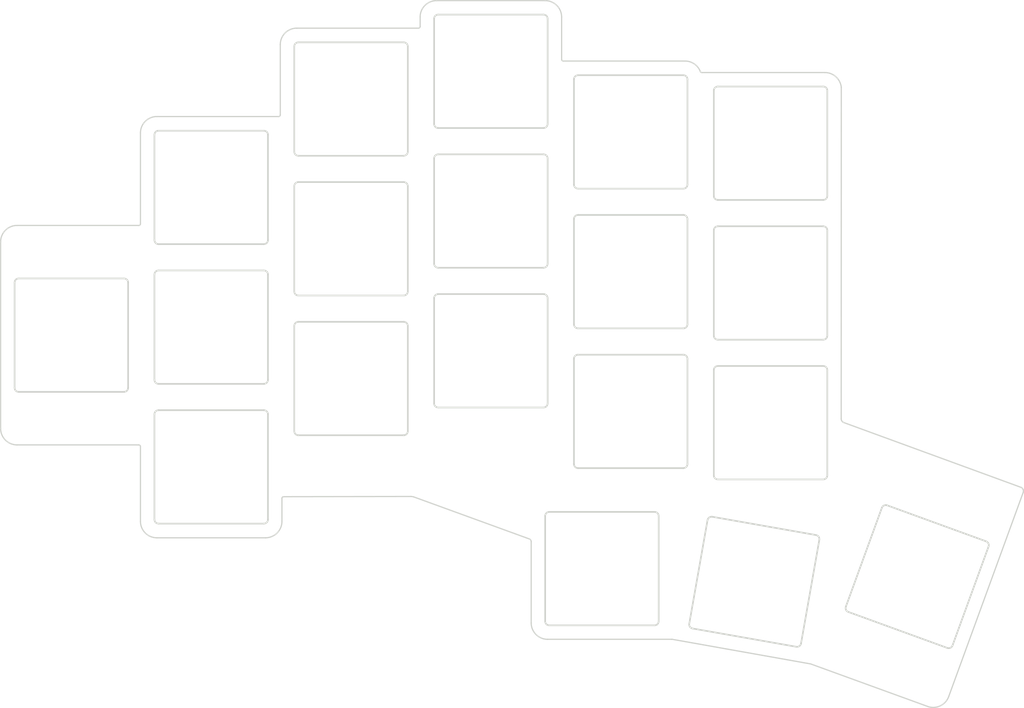
<source format=kicad_pcb>
(kicad_pcb
	(version 20240108)
	(generator "pcbnew")
	(generator_version "8.0")
	(general
		(thickness 1.2)
		(legacy_teardrops no)
	)
	(paper "A4")
	(title_block
		(title "Raven Split 38-Key Plate (choc-hotswap-n!n)")
		(date "2024-07-08")
		(rev "0.1")
		(company "Joe Love")
	)
	(layers
		(0 "F.Cu" signal)
		(31 "B.Cu" signal)
		(32 "B.Adhes" user "B.Adhesive")
		(33 "F.Adhes" user "F.Adhesive")
		(34 "B.Paste" user)
		(35 "F.Paste" user)
		(36 "B.SilkS" user "B.Silkscreen")
		(37 "F.SilkS" user "F.Silkscreen")
		(38 "B.Mask" user)
		(39 "F.Mask" user)
		(40 "Dwgs.User" user "User.Drawings")
		(41 "Cmts.User" user "User.Comments")
		(42 "Eco1.User" user "User.Eco1")
		(43 "Eco2.User" user "User.Eco2")
		(44 "Edge.Cuts" user)
		(45 "Margin" user)
		(46 "B.CrtYd" user "B.Courtyard")
		(47 "F.CrtYd" user "F.Courtyard")
		(48 "B.Fab" user)
		(49 "F.Fab" user)
	)
	(setup
		(pad_to_mask_clearance 0.2)
		(allow_soldermask_bridges_in_footprints no)
		(aux_axis_origin 194.75 68)
		(grid_origin 151.8 57.1)
		(pcbplotparams
			(layerselection 0x0001000_7ffffffe)
			(plot_on_all_layers_selection 0x0000000_00000000)
			(disableapertmacros no)
			(usegerberextensions no)
			(usegerberattributes no)
			(usegerberadvancedattributes no)
			(creategerberjobfile no)
			(dashed_line_dash_ratio 12.000000)
			(dashed_line_gap_ratio 3.000000)
			(svgprecision 6)
			(plotframeref no)
			(viasonmask no)
			(mode 1)
			(useauxorigin no)
			(hpglpennumber 1)
			(hpglpenspeed 20)
			(hpglpendiameter 15.000000)
			(pdf_front_fp_property_popups yes)
			(pdf_back_fp_property_popups yes)
			(dxfpolygonmode yes)
			(dxfimperialunits no)
			(dxfusepcbnewfont yes)
			(psnegative no)
			(psa4output no)
			(plotreference no)
			(plotvalue no)
			(plotfptext no)
			(plotinvisibletext no)
			(sketchpadsonfab no)
			(subtractmaskfromsilk no)
			(outputformat 3)
			(mirror no)
			(drillshape 0)
			(scaleselection 1)
			(outputdirectory "gerber/")
		)
	)
	(net 0 "")
	(gr_line
		(start 173.2 119.825)
		(end 173.2 132.625)
		(stroke
			(width 0.2)
			(type default)
		)
		(layer "Edge.Cuts")
		(uuid "00223bdd-9935-4f2e-8e6c-faf75fd6fce0")
	)
	(gr_line
		(start 144 60.475)
		(end 129.2 60.475)
		(stroke
			(width 0.15)
			(type solid)
		)
		(layer "Edge.Cuts")
		(uuid "011938b9-336e-44fd-bf90-716b9bce30dc")
	)
	(gr_line
		(start 176.4 64.475)
		(end 161.6 64.475)
		(stroke
			(width 0.15)
			(type solid)
		)
		(layer "Edge.Cuts")
		(uuid "0135447d-e5e2-40a9-89c8-55ea3fbde6dc")
	)
	(gr_line
		(start 129.4 96.2)
		(end 142.2 96.2)
		(stroke
			(width 0.2)
			(type default)
		)
		(layer "Edge.Cuts")
		(uuid "013c3d75-5d41-418a-9c27-c322441463d1")
	)
	(gr_line
		(start 159.4 57.125)
		(end 146.2 57.125)
		(stroke
			(width 0.15)
			(type solid)
		)
		(layer "Edge.Cuts")
		(uuid "020056f4-33aa-49fa-a28a-0d38ac4590e3")
	)
	(gr_line
		(start 163.4 114)
		(end 176.2 114)
		(stroke
			(width 0.2)
			(type default)
		)
		(layer "Edge.Cuts")
		(uuid "0892ad7c-90a2-48b4-afc2-15b6cedc6904")
	)
	(gr_line
		(start 180.4 98.375)
		(end 193.2 98.375)
		(stroke
			(width 0.2)
			(type default)
		)
		(layer "Edge.Cuts")
		(uuid "0cedaf8d-3b16-42ec-939d-f80fd79d9916")
	)
	(gr_line
		(start 146.4 58.825)
		(end 159.2 58.825)
		(stroke
			(width 0.2)
			(type default)
		)
		(layer "Edge.Cuts")
		(uuid "0cf4949f-db56-4501-a8ac-7f78fb1f7344")
	)
	(gr_line
		(start 112.4 89.95)
		(end 125.2 89.95)
		(stroke
			(width 0.2)
			(type default)
		)
		(layer "Edge.Cuts")
		(uuid "0e37d592-72dd-4717-958f-7bbab1b34619")
	)
	(gr_arc
		(start 172.7 119.325)
		(mid 173.053553 119.471447)
		(end 173.2 119.825)
		(stroke
			(width 0.2)
			(type default)
		)
		(layer "Edge.Cuts")
		(uuid "0eea3110-260e-4582-b340-be5fb593848c")
	)
	(gr_line
		(start 179.9 102.075)
		(end 179.9 114.875)
		(stroke
			(width 0.2)
			(type default)
		)
		(layer "Edge.Cuts")
		(uuid "0fc0c425-f4e5-4fc1-8c97-df14379cee52")
	)
	(gr_arc
		(start 162.9 83.7)
		(mid 163.046447 83.346447)
		(end 163.4 83.2)
		(stroke
			(width 0.2)
			(type default)
		)
		(layer "Edge.Cuts")
		(uuid "0fd1847f-aeb9-49c0-87a2-206e57984aa2")
	)
	(gr_line
		(start 159.7 93.325)
		(end 159.7 106.125)
		(stroke
			(width 0.2)
			(type default)
		)
		(layer "Edge.Cuts")
		(uuid "0fe4da1a-bf12-4357-8feb-41c4ea163090")
	)
	(gr_line
		(start 200.972846 118.527509)
		(end 213.000912 122.905367)
		(stroke
			(width 0.2)
			(type default)
		)
		(layer "Edge.Cuts")
		(uuid "10e96ab4-7dba-4e3d-846c-e9eed83357fc")
	)
	(gr_arc
		(start 125.2 89.95)
		(mid 125.553553 90.096447)
		(end 125.7 90.45)
		(stroke
			(width 0.2)
			(type default)
		)
		(layer "Edge.Cuts")
		(uuid "11c7945f-6f3c-4ae8-932b-09beef8e987c")
	)
	(gr_line
		(start 129.4 76)
		(end 142.2 76)
		(stroke
			(width 0.2)
			(type default)
		)
		(layer "Edge.Cuts")
		(uuid "128df208-5fbe-4ccd-a40d-6368a0399d27")
	)
	(gr_line
		(start 110.2 111.375)
		(end 110.2 120.475)
		(stroke
			(width 0.15)
			(type solid)
		)
		(layer "Edge.Cuts")
		(uuid "1452d835-2787-43e1-aeec-83a21af78d04")
	)
	(gr_arc
		(start 129.4 93)
		(mid 129.046447 92.853553)
		(end 128.9 92.5)
		(stroke
			(width 0.2)
			(type default)
		)
		(layer "Edge.Cuts")
		(uuid "15f78ded-baea-49c8-9e7c-f933ded60f5a")
	)
	(gr_line
		(start 127.4 120.475)
		(end 127.4 117.675)
		(stroke
			(width 0.15)
			(type solid)
		)
		(layer "Edge.Cuts")
		(uuid "18328d8a-a843-4f33-820f-df55c52b79c5")
	)
	(gr_arc
		(start 176.2 66.2)
		(mid 176.553553 66.346447)
		(end 176.7 66.7)
		(stroke
			(width 0.2)
			(type default)
		)
		(layer "Edge.Cuts")
		(uuid "191d5977-aacd-46ca-8155-85dd7d861b46")
	)
	(gr_line
		(start 145.9 93.325)
		(end 145.9 106.125)
		(stroke
			(width 0.2)
			(type default)
		)
		(layer "Edge.Cuts")
		(uuid "194af639-48cf-45fb-ae07-4ff746e2b606")
	)
	(gr_line
		(start 128.9 62.7)
		(end 128.9 75.5)
		(stroke
			(width 0.2)
			(type default)
		)
		(layer "Edge.Cuts")
		(uuid "1a495497-55f3-45fa-add0-1b7005e25989")
	)
	(gr_arc
		(start 157.5 122.625)
		(mid 157.639756 122.748496)
		(end 157.7 122.925)
		(stroke
			(width 0.15)
			(type solid)
		)
		(layer "Edge.Cuts")
		(uuid "1a97cf46-8c04-4f25-acd0-633362de792f")
	)
	(gr_line
		(start 179.9 85.075)
		(end 179.9 97.875)
		(stroke
			(width 0.2)
			(type default)
		)
		(layer "Edge.Cuts")
		(uuid "1ba1cc00-3fb3-45c2-83c4-fc2f7d110d65")
	)
	(gr_arc
		(start 200.33199 118.826345)
		(mid 200.590527 118.544202)
		(end 200.972846 118.527509)
		(stroke
			(width 0.2)
			(type default)
		)
		(layer "Edge.Cuts")
		(uuid "1bfd2ffa-8632-453c-be8c-addd9e5ecbfc")
	)
	(gr_arc
		(start 125.7 103.25)
		(mid 125.553553 103.603553)
		(end 125.2 103.75)
		(stroke
			(width 0.2)
			(type default)
		)
		(layer "Edge.Cuts")
		(uuid "1d8ab6f5-3d6c-48ac-9e48-aaa9af4423b9")
	)
	(gr_arc
		(start 213.000912 122.905367)
		(mid 213.283056 123.163904)
		(end 213.299748 123.546223)
		(stroke
			(width 0.2)
			(type default)
		)
		(layer "Edge.Cuts")
		(uuid "1e90bff8-1629-4370-b4c1-cbe8c86333f7")
	)
	(gr_line
		(start 111.9 73.45)
		(end 111.9 86.25)
		(stroke
			(width 0.2)
			(type default)
		)
		(layer "Edge.Cuts")
		(uuid "20342f96-ce82-4f65-b08e-ed637715680a")
	)
	(gr_line
		(start 174.85 134.825)
		(end 191.675056 137.819997)
		(stroke
			(width 0.15)
			(type solid)
		)
		(layer "Edge.Cuts")
		(uuid "229c4e1a-5041-48fb-8916-80e54688a05c")
	)
	(gr_line
		(start 161.4 64.275)
		(end 161.4 59.125)
		(stroke
			(width 0.15)
			(type solid)
		)
		(layer "Edge.Cuts")
		(uuid "240be553-90d7-4c0e-a682-398345651e9e")
	)
	(gr_line
		(start 93.199999 86.475)
		(end 93.2 109.174999)
		(stroke
			(width 0.15)
			(type solid)
		)
		(layer "Edge.Cuts")
		(uuid "24eaa483-b5d4-40c2-ae03-7568e7b87d58")
	)
	(gr_line
		(start 159.4 119.825)
		(end 159.4 132.625)
		(stroke
			(width 0.2)
			(type default)
		)
		(layer "Edge.Cuts")
		(uuid "25956a64-c7e6-42ba-b7f1-43a4495ea514")
	)
	(gr_line
		(start 129.4 93)
		(end 142.2 93)
		(stroke
			(width 0.2)
			(type default)
		)
		(layer "Edge.Cuts")
		(uuid "276abb6a-a58e-4bdb-ba50-88f6aaa6d433")
	)
	(gr_arc
		(start 128.9 79.7)
		(mid 129.046447 79.346447)
		(end 129.4 79.2)
		(stroke
			(width 0.2)
			(type default)
		)
		(layer "Edge.Cuts")
		(uuid "29e73949-3f58-43df-82d3-903dc2823ae3")
	)
	(gr_arc
		(start 142.7 92.5)
		(mid 142.553553 92.853553)
		(end 142.2 93)
		(stroke
			(width 0.2)
			(type default)
		)
		(layer "Edge.Cuts")
		(uuid "2a2550cd-7556-4d5b-9ef5-5a24311e5ab2")
	)
	(gr_line
		(start 159.9 133.125)
		(end 172.7 133.125)
		(stroke
			(width 0.2)
			(type default)
		)
		(layer "Edge.Cuts")
		(uuid "2ae291a7-6b75-433d-8502-df45991c08a4")
	)
	(gr_arc
		(start 193.2 67.575)
		(mid 193.553553 67.721447)
		(end 193.7 68.075)
		(stroke
			(width 0.2)
			(type default)
		)
		(layer "Edge.Cuts")
		(uuid "2b19fe02-fac9-4be5-bb59-e7c9f28dc101")
	)
	(gr_arc
		(start 95.2 111.175)
		(mid 93.785786 110.589213)
		(end 93.2 109.174999)
		(stroke
			(width 0.15)
			(type solid)
		)
		(layer "Edge.Cuts")
		(uuid "2b470744-bd20-4a85-a49d-3fc94194e82f")
	)
	(gr_arc
		(start 178.45 65.875)
		(mid 178.325007 65.83333)
		(end 178.25 65.725)
		(stroke
			(width 0.15)
			(type solid)
		)
		(layer "Edge.Cuts")
		(uuid "2cbde727-f277-48aa-b5ad-903010304437")
	)
	(gr_line
		(start 159.7 59.325)
		(end 159.7 72.125)
		(stroke
			(width 0.2)
			(type default)
		)
		(layer "Edge.Cuts")
		(uuid "31a732a2-7f9d-458a-b895-0bb342ab3106")
	)
	(gr_arc
		(start 125.7 120.25)
		(mid 125.553553 120.603553)
		(end 125.2 120.75)
		(stroke
			(width 0.2)
			(type default)
		)
		(layer "Edge.Cuts")
		(uuid "34129f35-b016-4285-b256-c0c96d939073")
	)
	(gr_arc
		(start 159.4 119.825)
		(mid 159.546447 119.471447)
		(end 159.9 119.325)
		(stroke
			(width 0.2)
			(type default)
		)
		(layer "Edge.Cuts")
		(uuid "348fcff3-c6f2-4b0d-b061-2b8af97bdd81")
	)
	(gr_arc
		(start 159.4 57.125)
		(mid 160.814214 57.710786)
		(end 161.4 59.125)
		(stroke
			(width 0.15)
			(type solid)
		)
		(layer "Edge.Cuts")
		(uuid "3506e4fc-8dcc-41dc-b76d-d79a674e1011")
	)
	(gr_line
		(start 142.7 79.7)
		(end 142.7 92.5)
		(stroke
			(width 0.2)
			(type default)
		)
		(layer "Edge.Cuts")
		(uuid "365d570c-eff5-40d1-bf18-e5b45852b3db")
	)
	(gr_line
		(start 95.4 104.725)
		(end 108.2 104.725)
		(stroke
			(width 0.2)
			(type default)
		)
		(layer "Edge.Cuts")
		(uuid "369e12a5-975b-43da-8aa9-b865669a6f9e")
	)
	(gr_line
		(start 174.8 134.825)
		(end 174.85 134.825)
		(stroke
			(width 0.15)
			(type solid)
		)
		(layer "Edge.Cuts")
		(uuid "3957be60-dbe8-4843-9a43-120fd8f17b6a")
	)
	(gr_line
		(start 213.299748 123.546223)
		(end 208.92189 135.574289)
		(stroke
			(width 0.2)
			(type default)
		)
		(layer "Edge.Cuts")
		(uuid "3a32ab45-6485-4f72-bfec-5589e05689e2")
	)
	(gr_arc
		(start 128.9 96.7)
		(mid 129.046447 96.346447)
		(end 129.4 96.2)
		(stroke
			(width 0.2)
			(type default)
		)
		(layer "Edge.Cuts")
		(uuid "3a446952-b144-4e59-9927-6681d43e78fd")
	)
	(gr_arc
		(start 127.4 117.675)
		(mid 127.458579 117.533579)
		(end 127.6 117.475)
		(stroke
			(width 0.15)
			(type solid)
		)
		(layer "Edge.Cuts")
		(uuid "3af24295-6d89-4be0-9379-035c74f21398")
	)
	(gr_line
		(start 127 71.225)
		(end 112.2 71.225)
		(stroke
			(width 0.15)
			(type solid)
		)
		(layer "Edge.Cuts")
		(uuid "3c5fd0c0-576a-4ac8-abdc-6dad4774f239")
	)
	(gr_line
		(start 176.7 66.7)
		(end 176.7 79.5)
		(stroke
			(width 0.2)
			(type default)
		)
		(layer "Edge.Cuts")
		(uuid "3fed04db-dc59-4276-aa51-f6b9e443b5f1")
	)
	(gr_arc
		(start 108.2 90.925)
		(mid 108.553553 91.071447)
		(end 108.7 91.425)
		(stroke
			(width 0.2)
			(type default)
		)
		(layer "Edge.Cuts")
		(uuid "407105e6-b4d4-4243-93a6-5531920bca22")
	)
	(gr_line
		(start 112.4 86.75)
		(end 125.2 86.75)
		(stroke
			(width 0.2)
			(type default)
		)
		(layer "Edge.Cuts")
		(uuid "411ef345-e26e-4374-bf8d-2edeb3a377c7")
	)
	(gr_line
		(start 146.4 72.625)
		(end 159.2 72.625)
		(stroke
			(width 0.2)
			(type default)
		)
		(layer "Edge.Cuts")
		(uuid "41a76b40-2318-4894-ade6-4d9a6a51282b")
	)
	(gr_arc
		(start 179.9 85.075)
		(mid 180.046447 84.721447)
		(end 180.4 84.575)
		(stroke
			(width 0.2)
			(type default)
		)
		(layer "Edge.Cuts")
		(uuid "43532dec-76c7-4108-a44b-82399b07818d")
	)
	(gr_arc
		(start 142.2 96.2)
		(mid 142.553553 96.346447)
		(end 142.7 96.7)
		(stroke
			(width 0.2)
			(type default)
		)
		(layer "Edge.Cuts")
		(uuid "445f3a32-4706-4962-9413-14aedeb9aa1c")
	)
	(gr_arc
		(start 159.2 75.825)
		(mid 159.553553 75.971447)
		(end 159.7 76.325)
		(stroke
			(width 0.2)
			(type default)
		)
		(layer "Edge.Cuts")
		(uuid "467a7df9-30ef-4da6-bed9-152a2b06b875")
	)
	(gr_arc
		(start 163.4 114)
		(mid 163.046447 113.853553)
		(end 162.9 113.5)
		(stroke
			(width 0.2)
			(type default)
		)
		(layer "Edge.Cuts")
		(uuid "4e44b463-82ee-434c-b2cf-c6ff956f6945")
	)
	(gr_arc
		(start 176.7 113.5)
		(mid 176.553553 113.853553)
		(end 176.2 114)
		(stroke
			(width 0.2)
			(type default)
		)
		(layer "Edge.Cuts")
		(uuid "504f97ee-eb73-47ad-8bc3-8f6bb03639d4")
	)
	(gr_arc
		(start 146.4 89.625)
		(mid 146.046447 89.478553)
		(end 145.9 89.125)
		(stroke
			(width 0.2)
			(type default)
		)
		(layer "Edge.Cuts")
		(uuid "50abb35e-2c34-4153-8d5c-4d40e15da291")
	)
	(gr_arc
		(start 127.2 62.475)
		(mid 127.785786 61.060786)
		(end 129.2 60.475)
		(stroke
			(width 0.15)
			(type solid)
		)
		(layer "Edge.Cuts")
		(uuid "52cafe22-c6ce-476a-a7b8-011868f916a5")
	)
	(gr_arc
		(start 173.2 132.625)
		(mid 173.053553 132.978553)
		(end 172.7 133.125)
		(stroke
			(width 0.2)
			(type default)
		)
		(layer "Edge.Cuts")
		(uuid "53cb440a-ddf9-4293-a0ae-272243a3282e")
	)
	(gr_arc
		(start 162.9 66.7)
		(mid 163.046447 66.346447)
		(end 163.4 66.2)
		(stroke
			(width 0.2)
			(type default)
		)
		(layer "Edge.Cuts")
		(uuid "5475c0c3-cb06-47d1-9b58-81b2f8a08b7e")
	)
	(gr_line
		(start 110 84.475)
		(end 95.2 84.475)
		(stroke
			(width 0.15)
			(type solid)
		)
		(layer "Edge.Cuts")
		(uuid "55f85afd-77a7-4981-b247-656e70cb4ec8")
	)
	(gr_arc
		(start 179.139129 120.323895)
		(mid 179.344745 120.001143)
		(end 179.718357 119.918315)
		(stroke
			(width 0.2)
			(type default)
		)
		(layer "Edge.Cuts")
		(uuid "573f1c74-244e-4ad1-8622-a47c726200ff")
	)
	(gr_arc
		(start 180.4 115.375)
		(mid 180.046447 115.228553)
		(end 179.9 114.875)
		(stroke
			(width 0.2)
			(type default)
		)
		(layer "Edge.Cuts")
		(uuid "57895a35-58aa-4c08-83fc-2da66f79ca85")
	)
	(gr_line
		(start 205.891731 142.990053)
		(end 191.675056 137.819997)
		(stroke
			(width 0.15)
			(type solid)
		)
		(layer "Edge.Cuts")
		(uuid "57ba41bc-cc51-497f-ac12-70f904542f40")
	)
	(gr_arc
		(start 112.2 122.475)
		(mid 110.785786 121.889214)
		(end 110.2 120.475)
		(stroke
			(width 0.15)
			(type solid)
		)
		(layer "Edge.Cuts")
		(uuid "5cdfec0c-fa17-4c63-9773-d8d331ec3973")
	)
	(gr_line
		(start 180.4 81.375)
		(end 193.2 81.375)
		(stroke
			(width 0.2)
			(type default)
		)
		(layer "Edge.Cuts")
		(uuid "5ee2eab4-d1a9-4b26-8075-034ce46355a1")
	)
	(gr_arc
		(start 95.4 104.725)
		(mid 95.046447 104.578553)
		(end 94.9 104.225)
		(stroke
			(width 0.2)
			(type default)
		)
		(layer "Edge.Cuts")
		(uuid "5fdcb644-bf48-4ff6-9cab-cc0fbc777386")
	)
	(gr_arc
		(start 192.323896 122.141012)
		(mid 192.646648 122.346628)
		(end 192.729476 122.72024)
		(stroke
			(width 0.2)
			(type default)
		)
		(layer "Edge.Cuts")
		(uuid "5fde73c7-ee81-463e-a8d2-f9c39e0ac5fb")
	)
	(gr_arc
		(start 176.2 100.2)
		(mid 176.553553 100.346447)
		(end 176.7 100.7)
		(stroke
			(width 0.2)
			(type default)
		)
		(layer "Edge.Cuts")
		(uuid "6268e43a-23c6-4c9e-ba9c-40a0635aff61")
	)
	(gr_line
		(start 180.4 84.575)
		(end 193.2 84.575)
		(stroke
			(width 0.2)
			(type default)
		)
		(layer "Edge.Cuts")
		(uuid "62a56000-09c9-4616-b60d-5102e2ab9c41")
	)
	(gr_arc
		(start 180.4 81.375)
		(mid 180.046447 81.228553)
		(end 179.9 80.875)
		(stroke
			(width 0.2)
			(type default)
		)
		(layer "Edge.Cuts")
		(uuid "634d9f13-ec65-4264-8168-502111fbb94e")
	)
	(gr_line
		(start 146.4 92.825)
		(end 159.2 92.825)
		(stroke
			(width 0.2)
			(type default)
		)
		(layer "Edge.Cuts")
		(uuid "664a14de-841d-477b-8564-46a2a53ebd89")
	)
	(gr_arc
		(start 176.4 64.475)
		(mid 177.516356 64.816794)
		(end 178.25 65.725)
		(stroke
			(width 0.15)
			(type solid)
		)
		(layer "Edge.Cuts")
		(uuid "664af323-cc57-44ae-8675-ab9bb260f4dd")
	)
	(gr_line
		(start 217.207382 116.324172)
		(end 195.691837 108.452588)
		(stroke
			(width 0.15)
			(type solid)
		)
		(layer "Edge.Cuts")
		(uuid "67bf5f20-5d48-412a-aa45-ab3f88a8407e")
	)
	(gr_line
		(start 200.33199 118.826345)
		(end 195.954132 130.854411)
		(stroke
			(width 0.2)
			(type default)
		)
		(layer "Edge.Cuts")
		(uuid "6d339524-66c6-435a-ab16-dd49e351f4f8")
	)
	(gr_line
		(start 112.4 103.75)
		(end 125.2 103.75)
		(stroke
			(width 0.2)
			(type default)
		)
		(layer "Edge.Cuts")
		(uuid "6fb68133-2b7f-4b37-8459-ae1360f2a68a")
	)
	(gr_arc
		(start 163.4 97)
		(mid 163.046447 96.853553)
		(end 162.9 96.5)
		(stroke
			(width 0.2)
			(type default)
		)
		(layer "Edge.Cuts")
		(uuid "71de137a-1b9b-488e-b6c1-03fef4ee6f68")
	)
	(gr_line
		(start 112.4 72.95)
		(end 125.2 72.95)
		(stroke
			(width 0.2)
			(type default)
		)
		(layer "Edge.Cuts")
		(uuid "7231fdb2-6434-4567-bbc4-4e899b6cc04a")
	)
	(gr_arc
		(start 179.9 68.075)
		(mid 180.046447 67.721447)
		(end 180.4 67.575)
		(stroke
			(width 0.2)
			(type default)
		)
		(layer "Edge.Cuts")
		(uuid "76487de5-6f44-45d8-8efc-7142a8b3e81a")
	)
	(gr_arc
		(start 208.455157 141.794708)
		(mid 207.42104 142.92334)
		(end 205.891731 142.990053)
		(stroke
			(width 0.15)
			(type solid)
		)
		(layer "Edge.Cuts")
		(uuid "777c603a-3e00-4536-90ef-04e0b151b9e3")
	)
	(gr_line
		(start 125.7 73.45)
		(end 125.7 86.25)
		(stroke
			(width 0.2)
			(type default)
		)
		(layer "Edge.Cuts")
		(uuid "7b4423e6-5027-4000-be62-61a499fc4f9d")
	)
	(gr_line
		(start 112.4 106.95)
		(end 125.2 106.95)
		(stroke
			(width 0.2)
			(type default)
		)
		(layer "Edge.Cuts")
		(uuid "7c122ee2-1369-49b6-9479-8e132de92297")
	)
	(gr_line
		(start 157.7 132.825)
		(end 157.7 122.925)
		(stroke
			(width 0.15)
			(type solid)
		)
		(layer "Edge.Cuts")
		(uuid "7c65006f-1a3c-4c30-9dea-69a3907fe767")
	)
	(gr_line
		(start 127.6 117.475)
		(end 143.075 117.45)
		(stroke
			(width 0.15)
			(type solid)
		)
		(layer "Edge.Cuts")
		(uuid "7d6dfbab-1ea7-4f14-acac-f14146ab14c4")
	)
	(gr_arc
		(start 159.7 89.125)
		(mid 159.553553 89.478553)
		(end 159.2 89.625)
		(stroke
			(width 0.2)
			(type default)
		)
		(layer "Edge.Cuts")
		(uuid "7dddc41e-dc9e-44cc-b702-b0821776343b")
	)
	(gr_line
		(start 159.7 134.825)
		(end 174.8 134.825)
		(stroke
			(width 0.15)
			(type solid)
		)
		(layer "Edge.Cuts")
		(uuid "7ff37172-59d8-4110-af76-57a24b02733a")
	)
	(gr_arc
		(start 190.506779 135.325779)
		(mid 190.301163 135.648531)
		(end 189.927551 135.731359)
		(stroke
			(width 0.2)
			(type default)
		)
		(layer "Edge.Cuts")
		(uuid "8102dc27-84f6-43e6-8b48-ab51abcc8942")
	)
	(gr_arc
		(start 129.4 76)
		(mid 129.046447 75.853553)
		(end 128.9 75.5)
		(stroke
			(width 0.2)
			(type default)
		)
		(layer "Edge.Cuts")
		(uuid "81159568-0559-427f-be45-1c3992f7961f")
	)
	(gr_arc
		(start 110.2 84.275)
		(mid 110.141421 84.416421)
		(end 110 84.475)
		(stroke
			(width 0.15)
			(type solid)
		)
		(layer "Edge.Cuts")
		(uuid "81588a97-1ff1-44bb-a646-eaff62d9a215")
	)
	(gr_line
		(start 163.4 66.2)
		(end 176.2 66.2)
		(stroke
			(width 0.2)
			(type default)
		)
		(layer "Edge.Cuts")
		(uuid "82550468-7923-4179-9d63-14d67da1e33d")
	)
	(gr_arc
		(start 176.7 79.5)
		(mid 176.553553 79.853553)
		(end 176.2 80)
		(stroke
			(width 0.2)
			(type default)
		)
		(layer "Edge.Cuts")
		(uuid "834e44f4-4eb0-4072-b31c-7ce061fb5c0a")
	)
	(gr_arc
		(start 159.2 58.825)
		(mid 159.553553 58.971447)
		(end 159.7 59.325)
		(stroke
			(width 0.2)
			(type default)
		)
		(layer "Edge.Cuts")
		(uuid "83aa1bbd-130e-4789-b701-40332cec78e0")
	)
	(gr_line
		(start 179.718357 119.918315)
		(end 192.323896 122.141012)
		(stroke
			(width 0.2)
			(type default)
		)
		(layer "Edge.Cuts")
		(uuid "841cce11-dee9-4bc9-9d17-a70fd76aa55e")
	)
	(gr_line
		(start 128.9 96.7)
		(end 128.9 109.5)
		(stroke
			(width 0.2)
			(type default)
		)
		(layer "Edge.Cuts")
		(uuid "8451ccf6-6de0-46ef-84f6-de40518b8d54")
	)
	(gr_arc
		(start 159.9 133.125)
		(mid 159.546447 132.978553)
		(end 159.4 132.625)
		(stroke
			(width 0.2)
			(type default)
		)
		(layer "Edge.Cuts")
		(uuid "84c04c92-82e9-49ba-b6e8-7d6b7f7f8d7f")
	)
	(gr_arc
		(start 93.199999 86.475)
		(mid 93.785786 85.060786)
		(end 95.2 84.475)
		(stroke
			(width 0.15)
			(type solid)
		)
		(layer "Edge.Cuts")
		(uuid "855394ae-2ee1-49cd-ab13-31cec1facf63")
	)
	(gr_line
		(start 193.4 65.875)
		(end 178.45 65.875)
		(stroke
			(width 0.15)
			(type solid)
		)
		(layer "Edge.Cuts")
		(uuid "85e93924-d449-409e-9771-dd710da284cd")
	)
	(gr_arc
		(start 142.2 62.2)
		(mid 142.553553 62.346447)
		(end 142.7 62.7)
		(stroke
			(width 0.2)
			(type default)
		)
		(layer "Edge.Cuts")
		(uuid "85f0c8a7-a218-47e5-ad7f-d7c3bd2c7f05")
	)
	(gr_arc
		(start 177.322012 133.508662)
		(mid 176.99926 133.303046)
		(end 176.916432 132.929434)
		(stroke
			(width 0.2)
			(type default)
		)
		(layer "Edge.Cuts")
		(uuid "86577f09-9ac2-4c89-bcea-faf867b3eab0")
	)
	(gr_line
		(start 146.4 106.625)
		(end 159.2 106.625)
		(stroke
			(width 0.2)
			(type default)
		)
		(layer "Edge.Cuts")
		(uuid "867f3120-a19b-44e4-a087-0b9a3c71b284")
	)
	(gr_line
		(start 125.7 90.45)
		(end 125.7 103.25)
		(stroke
			(width 0.2)
			(type default)
		)
		(layer "Edge.Cuts")
		(uuid "86de4ded-ac56-4934-8c33-0eb4a63ed052")
	)
	(gr_line
		(start 195.387571 107.988779)
		(end 195.4 67.675)
		(stroke
			(width 0.15)
			(type solid)
		)
		(layer "Edge.Cuts")
		(uuid "86f7d0cf-5cf7-4984-aeea-5d629712174a")
	)
	(gr_line
		(start 128.9 79.7)
		(end 128.9 92.5)
		(stroke
			(width 0.2)
			(type default)
		)
		(layer "Edge.Cuts")
		(uuid "89bb7ae5-72f8-4547-b03d-be3dae9577d7")
	)
	(gr_line
		(start 179.9 68.075)
		(end 179.9 80.875)
		(stroke
			(width 0.2)
			(type default)
		)
		(layer "Edge.Cuts")
		(uuid "8a65ba18-9dae-4d1f-a78c-b971d7a755fa")
	)
	(gr_arc
		(start 146.4 72.625)
		(mid 146.046447 72.478553)
		(end 145.9 72.125)
		(stroke
			(width 0.2)
			(type default)
		)
		(layer "Edge.Cuts")
		(uuid "8bf48f08-1185-4f7b-a55f-0eb00e4c7005")
	)
	(gr_arc
		(start 193.7 114.875)
		(mid 193.553553 115.228553)
		(end 193.2 115.375)
		(stroke
			(width 0.2)
			(type default)
		)
		(layer "Edge.Cuts")
		(uuid "8c6cc4a5-6b40-48d0-8a08-ad098ce81c6c")
	)
	(gr_arc
		(start 159.7 106.125)
		(mid 159.553553 106.478553)
		(end 159.2 106.625)
		(stroke
			(width 0.2)
			(type default)
		)
		(layer "Edge.Cuts")
		(uuid "8d9c056a-db1b-43c5-ae7a-7cf8ea8f9856")
	)
	(gr_arc
		(start 112.4 103.75)
		(mid 112.046447 103.603553)
		(end 111.9 103.25)
		(stroke
			(width 0.2)
			(type default)
		)
		(layer "Edge.Cuts")
		(uuid "90da8622-2185-4e47-a19f-b96ac177219b")
	)
	(gr_line
		(start 145.9 76.325)
		(end 145.9 89.125)
		(stroke
			(width 0.2)
			(type default)
		)
		(layer "Edge.Cuts")
		(uuid "918177ae-76f3-4692-9e1c-1ff49c9a0b48")
	)
	(gr_arc
		(start 195.691837 108.452588)
		(mid 195.47043 108.266131)
		(end 195.387571 107.988779)
		(stroke
			(width 0.15)
			(type default)
		)
		(layer "Edge.Cuts")
		(uuid "920521f9-6a18-4bd7-b952-5ab606b5b7ff")
	)
	(gr_line
		(start 111.9 107.45)
		(end 111.9 120.25)
		(stroke
			(width 0.2)
			(type default)
		)
		(layer "Edge.Cuts")
		(uuid "9272c383-2a70-4a58-bfa2-7c4206f95fdd")
	)
	(gr_arc
		(start 142.7 75.5)
		(mid 142.553553 75.853553)
		(end 142.2 76)
		(stroke
			(width 0.2)
			(type default)
		)
		(layer "Edge.Cuts")
		(uuid "928a59b1-6dd2-4279-bb5d-a3fc0d28f5da")
	)
	(gr_line
		(start 177.322012 133.508662)
		(end 189.927551 135.731359)
		(stroke
			(width 0.2)
			(type default)
		)
		(layer "Edge.Cuts")
		(uuid "92d13a80-7df9-41a4-be7d-14ae057240b2")
	)
	(gr_arc
		(start 142.2 79.2)
		(mid 142.553553 79.346447)
		(end 142.7 79.7)
		(stroke
			(width 0.2)
			(type default)
		)
		(layer "Edge.Cuts")
		(uuid "939c644c-98a3-4f4a-9ac7-8e1896b6aa90")
	)
	(gr_arc
		(start 108.7 104.225)
		(mid 108.553553 104.578553)
		(end 108.2 104.725)
		(stroke
			(width 0.2)
			(type default)
		)
		(layer "Edge.Cuts")
		(uuid "945d5ed9-4e9e-4dc4-9584-29a6fe796374")
	)
	(gr_arc
		(start 217.207382 116.324172)
		(mid 217.498939 116.594047)
		(end 217.499243 116.99135)
		(stroke
			(width 0.15)
			(type default)
		)
		(layer "Edge.Cuts")
		(uuid "956c31a7-1028-4961-bf35-9fe2a16e5130")
	)
	(gr_line
		(start 180.4 101.575)
		(end 193.2 101.575)
		(stroke
			(width 0.2)
			(type default)
		)
		(layer "Edge.Cuts")
		(uuid "97973c3b-5e18-4437-9ccf-4305ee947ad5")
	)
	(gr_line
		(start 157.5 122.625)
		(end 143.5 117.529454)
		(stroke
			(width 0.15)
			(type solid)
		)
		(layer "Edge.Cuts")
		(uuid "982db1d1-ddc7-40ab-947a-305a07dd44b7")
	)
	(gr_line
		(start 144.2 59.125)
		(end 144.2 60.275)
		(stroke
			(width 0.15)
			(type solid)
		)
		(layer "Edge.Cuts")
		(uuid "98a2d97d-eccb-455a-b425-e42a9a6d9431")
	)
	(gr_line
		(start 112.2 122.475)
		(end 125.4 122.475)
		(stroke
			(width 0.15)
			(type solid)
		)
		(layer "Edge.Cuts")
		(uuid "9954cb9f-e768-4d98-8491-2927a46f69f5")
	)
	(gr_line
		(start 127.2 62.475)
		(end 127.2 71.025)
		(stroke
			(width 0.15)
			(type solid)
		)
		(layer "Edge.Cuts")
		(uuid "99e90fbf-2dc3-469c-84b6-22dfee3b9481")
	)
	(gr_arc
		(start 176.2 83.2)
		(mid 176.553553 83.346447)
		(end 176.7 83.7)
		(stroke
			(width 0.2)
			(type default)
		)
		(layer "Edge.Cuts")
		(uuid "9d96097c-b42e-49be-8d58-f992663edcb8")
	)
	(gr_arc
		(start 144.2 59.125)
		(mid 144.785786 57.710786)
		(end 146.2 57.125)
		(stroke
			(width 0.15)
			(type solid)
		)
		(layer "Edge.Cuts")
		(uuid "9deb503d-7855-49dd-9556-adc05a2cb7a2")
	)
	(gr_line
		(start 163.4 83.2)
		(end 176.2 83.2)
		(stroke
			(width 0.2)
			(type default)
		)
		(layer "Edge.Cuts")
		(uuid "9df70aaa-6998-4f4f-b099-568348f87594")
	)
	(gr_arc
		(start 145.9 59.325)
		(mid 146.046447 58.971447)
		(end 146.4 58.825)
		(stroke
			(width 0.2)
			(type default)
		)
		(layer "Edge.Cuts")
		(uuid "9e6a422b-5216-45a3-877d-f0b6d7fac2d5")
	)
	(gr_arc
		(start 145.9 93.325)
		(mid 146.046447 92.971447)
		(end 146.4 92.825)
		(stroke
			(width 0.2)
			(type default)
		)
		(layer "Edge.Cuts")
		(uuid "a1b39ed5-cca8-40ed-b197-b7cd956ef038")
	)
	(gr_arc
		(start 159.7 72.125)
		(mid 159.553553 72.478553)
		(end 159.2 72.625)
		(stroke
			(width 0.2)
			(type default)
		)
		(layer "Edge.Cuts")
		(uuid "a230f556-bc62-43b7-80e7-e18c9d702103")
	)
	(gr_arc
		(start 127.2 71.025)
		(mid 127.141421 71.166421)
		(end 127 71.225)
		(stroke
			(width 0.15)
			(type solid)
		)
		(layer "Edge.Cuts")
		(uuid "a3f7861b-78c8-4272-b4d6-2a55c1d27852")
	)
	(gr_line
		(start 180.4 67.575)
		(end 193.2 67.575)
		(stroke
			(width 0.2)
			(type default)
		)
		(layer "Edge.Cuts")
		(uuid "a4a04c00-d949-49d1-bbb4-2797ca02ac4d")
	)
	(gr_line
		(start 142.7 96.7)
		(end 142.7 109.5)
		(stroke
			(width 0.2)
			(type default)
		)
		(layer "Edge.Cuts")
		(uuid "a56129d5-4253-4e9e-9502-3ef155dbf321")
	)
	(gr_arc
		(start 127.4 120.475)
		(mid 126.814214 121.889214)
		(end 125.4 122.475)
		(stroke
			(width 0.15)
			(type solid)
		)
		(layer "Edge.Cuts")
		(uuid "a5eb23a4-cac4-4024-aaa7-2bb5337bbdb0")
	)
	(gr_line
		(start 95.4 90.925)
		(end 108.2 90.925)
		(stroke
			(width 0.2)
			(type default)
		)
		(layer "Edge.Cuts")
		(uuid "a76f5e29-b315-4a67-8c44-24571c1a27b5")
	)
	(gr_arc
		(start 111.9 90.45)
		(mid 112.046447 90.096447)
		(end 112.4 89.95)
		(stroke
			(width 0.2)
			(type default)
		)
		(layer "Edge.Cuts")
		(uuid "a7d49515-4f15-48c9-aa41-3d5b70eb399f")
	)
	(gr_line
		(start 162.9 66.7)
		(end 162.9 79.5)
		(stroke
			(width 0.2)
			(type default)
		)
		(layer "Edge.Cuts")
		(uuid "ab303b3c-3661-4159-a969-b7b668fb43a6")
	)
	(gr_arc
		(start 163.4 80)
		(mid 163.046447 79.853553)
		(end 162.9 79.5)
		(stroke
			(width 0.2)
			(type default)
		)
		(layer "Edge.Cuts")
		(uuid "acf98065-b248-490a-b309-cee9d0fe660f")
	)
	(gr_arc
		(start 193.4 65.875)
		(mid 194.745359 66.391265)
		(end 195.4 67.675)
		(stroke
			(width 0.15)
			(type solid)
		)
		(layer "Edge.Cuts")
		(uuid "ad0697d5-d5ac-425e-b706-f90e55aab640")
	)
	(gr_arc
		(start 162.9 100.7)
		(mid 163.046447 100.346447)
		(end 163.4 100.2)
		(stroke
			(width 0.2)
			(type default)
		)
		(layer "Edge.Cuts")
		(uuid "ad41e889-32d0-4526-a33e-e80413300ef6")
	)
	(gr_line
		(start 163.4 97)
		(end 176.2 97)
		(stroke
			(width 0.2)
			(type default)
		)
		(layer "Edge.Cuts")
		(uuid "adb0a220-c103-4435-b4a1-48987e988377")
	)
	(gr_arc
		(start 180.4 98.375)
		(mid 180.046447 98.228553)
		(end 179.9 97.875)
		(stroke
			(width 0.2)
			(type default)
		)
		(layer "Edge.Cuts")
		(uuid "ae2baaa2-4c77-48f0-b37b-8f85ca90aa85")
	)
	(gr_arc
		(start 112.4 120.75)
		(mid 112.046447 120.603553)
		(end 111.9 120.25)
		(stroke
			(width 0.2)
			(type default)
		)
		(layer "Edge.Cuts")
		(uuid "ae622ad8-6a88-4bff-a661-4425e5499bab")
	)
	(gr_line
		(start 129.4 62.2)
		(end 142.2 62.2)
		(stroke
			(width 0.2)
			(type default)
		)
		(layer "Edge.Cuts")
		(uuid "aed50013-60d8-4657-808b-75c97e3f08ac")
	)
	(gr_line
		(start 94.9 91.425)
		(end 94.9 104.225)
		(stroke
			(width 0.2)
			(type default)
		)
		(layer "Edge.Cuts")
		(uuid "b0332402-d1c9-4da7-a53a-11e44986d100")
	)
	(gr_arc
		(start 125.2 72.95)
		(mid 125.553553 73.096447)
		(end 125.7 73.45)
		(stroke
			(width 0.2)
			(type default)
		)
		(layer "Edge.Cuts")
		(uuid "b1c5f7af-7eeb-4b43-9d68-f3c2bdb28242")
	)
	(gr_line
		(start 125.7 107.45)
		(end 125.7 120.25)
		(stroke
			(width 0.2)
			(type default)
		)
		(layer "Edge.Cuts")
		(uuid "b4fb9358-55f4-4714-94c5-0cf5579b9ece")
	)
	(gr_line
		(start 179.139129 120.323895)
		(end 176.916432 132.929434)
		(stroke
			(width 0.2)
			(type default)
		)
		(layer "Edge.Cuts")
		(uuid "b50f2134-5d99-403a-a56b-b8adafc8a25c")
	)
	(gr_arc
		(start 179.9 102.075)
		(mid 180.046447 101.721447)
		(end 180.4 101.575)
		(stroke
			(width 0.2)
			(type default)
		)
		(layer "Edge.Cuts")
		(uuid "b600f4fe-5eab-4175-9d5e-b7ee2d937829")
	)
	(gr_line
		(start 111.9 90.45)
		(end 111.9 103.25)
		(stroke
			(width 0.2)
			(type default)
		)
		(layer "Edge.Cuts")
		(uuid "b8fb93cb-d148-49df-827e-f5e46e2b0ca0")
	)
	(gr_arc
		(start 159.7 134.825)
		(mid 158.285786 134.239214)
		(end 157.7 132.825)
		(stroke
			(width 0.15)
			(type solid)
		)
		(layer "Edge.Cuts")
		(uuid "b9557a27-b325-4444-b230-5c2c23581c2b")
	)
	(gr_line
		(start 196.252968 131.495267)
		(end 208.281034 135.873125)
		(stroke
			(width 0.2)
			(type default)
		)
		(layer "Edge.Cuts")
		(uuid "b970d3b6-7339-48ea-830a-52a27fb0bf48")
	)
	(gr_arc
		(start 193.2 84.575)
		(mid 193.553553 84.721447)
		(end 193.7 85.075)
		(stroke
			(width 0.2)
			(type default)
		)
		(layer "Edge.Cuts")
		(uuid "bc3b96d1-7b48-4a8c-afc7-19aee77b58d9")
	)
	(gr_arc
		(start 143.075 117.45)
		(mid 143.291141 117.470246)
		(end 143.5 117.529454)
		(stroke
			(width 0.15)
			(type solid)
		)
		(layer "Edge.Cuts")
		(uuid "be26691e-396c-4fe4-9436-f935b442de4d")
	)
	(gr_line
		(start 163.4 80)
		(end 176.2 80)
		(stroke
			(width 0.2)
			(type default)
		)
		(layer "Edge.Cuts")
		(uuid "c6ff87e1-a60f-4c59-a1f0-e94ec4573920")
	)
	(gr_line
		(start 176.7 100.7)
		(end 176.7 113.5)
		(stroke
			(width 0.2)
			(type default)
		)
		(layer "Edge.Cuts")
		(uuid "c7857247-33b2-436d-bd5c-f3a7a2567edf")
	)
	(gr_arc
		(start 144.2 60.275)
		(mid 144.141421 60.416421)
		(end 144 60.475)
		(stroke
			(width 0.15)
			(type solid)
		)
		(layer "Edge.Cuts")
		(uuid "cae35c8b-ec53-466f-8af9-2fe4d474c215")
	)
	(gr_line
		(start 159.9 119.325)
		(end 172.7 119.325)
		(stroke
			(width 0.2)
			(type default)
		)
		(layer "Edge.Cuts")
		(uuid "cbde08e3-8f27-4cc2-8b74-876d75454f27")
	)
	(gr_arc
		(start 110 111.175)
		(mid 110.141421 111.233579)
		(end 110.2 111.375)
		(stroke
			(width 0.15)
			(type solid)
		)
		(layer "Edge.Cuts")
		(uuid "cce522ad-5598-401b-a462-d8c4b58019cf")
	)
	(gr_arc
		(start 94.9 91.425)
		(mid 95.046447 91.071447)
		(end 95.4 90.925)
		(stroke
			(width 0.2)
			(type default)
		)
		(layer "Edge.Cuts")
		(uuid "cd8e949f-0801-49c5-90a1-bacad2a7ef6b")
	)
	(gr_line
		(start 162.9 100.7)
		(end 162.9 113.5)
		(stroke
			(width 0.2)
			(type default)
		)
		(layer "Edge.Cuts")
		(uuid "ceddb4d6-a012-4bb1-9614-59b096494ee6")
	)
	(gr_arc
		(start 193.2 101.575)
		(mid 193.553553 101.721447)
		(end 193.7 102.075)
		(stroke
			(width 0.2)
			(type default)
		)
		(layer "Edge.Cuts")
		(uuid "d319aa0d-3c99-4622-a01c-93c306412784")
	)
	(gr_arc
		(start 161.6 64.475)
		(mid 161.458579 64.416421)
		(end 161.4 64.275)
		(stroke
			(width 0.15)
			(type solid)
		)
		(layer "Edge.Cuts")
		(uuid "d3d8fb53-eeea-4c53-9ee1-c8efb55e3207")
	)
	(gr_line
		(start 129.4 79.2)
		(end 142.2 79.2)
		(stroke
			(width 0.2)
			(type default)
		)
		(layer "Edge.Cuts")
		(uuid "d443fa31-0d38-43d6-8c70-bad9763bc154")
	)
	(gr_line
		(start 217.499243 116.99135)
		(end 208.455157 141.794708)
		(stroke
			(width 0.15)
			(type solid)
		)
		(layer "Edge.Cuts")
		(uuid "d4e7fa7a-4cbb-4980-9e5f-421b2c91d07a")
	)
	(gr_line
		(start 180.4 115.375)
		(end 193.2 115.375)
		(stroke
			(width 0.2)
			(type default)
		)
		(layer "Edge.Cuts")
		(uuid "d55b62a6-caa3-4720-9db9-d4a0fba2a97b")
	)
	(gr_line
		(start 163.4 100.2)
		(end 176.2 100.2)
		(stroke
			(width 0.2)
			(type default)
		)
		(layer "Edge.Cuts")
		(uuid "d5997e6a-e1f0-4a87-acc4-19d3e7865a09")
	)
	(gr_arc
		(start 110.2 73.225)
		(mid 110.785786 71.810786)
		(end 112.2 71.225)
		(stroke
			(width 0.15)
			(type solid)
		)
		(layer "Edge.Cuts")
		(uuid "d64657fa-ac3c-4a26-aad3-ff5a6858f542")
	)
	(gr_line
		(start 176.7 83.7)
		(end 176.7 96.5)
		(stroke
			(width 0.2)
			(type default)
		)
		(layer "Edge.Cuts")
		(uuid "d6fa9960-9a44-456e-837f-5a2e105274c1")
	)
	(gr_line
		(start 95.2 111.175)
		(end 110 111.175)
		(stroke
			(width 0.15)
			(type solid)
		)
		(layer "Edge.Cuts")
		(uuid "d7bd8429-9157-4367-810e-b09e338e7643")
	)
	(gr_arc
		(start 142.7 109.5)
		(mid 142.553553 109.853553)
		(end 142.2 110)
		(stroke
			(width 0.2)
			(type default)
		)
		(layer "Edge.Cuts")
		(uuid "d7ca436c-fede-4d86-b98f-5f961be1dfb1")
	)
	(gr_arc
		(start 112.4 86.75)
		(mid 112.046447 86.603553)
		(end 111.9 86.25)
		(stroke
			(width 0.2)
			(type default)
		)
		(layer "Edge.Cuts")
		(uuid "d9346d83-8bd5-4e53-984c-75ae30231867")
	)
	(gr_arc
		(start 125.7 86.25)
		(mid 125.553553 86.603553)
		(end 125.2 86.75)
		(stroke
			(width 0.2)
			(type default)
		)
		(layer "Edge.Cuts")
		(uuid "db7c16b2-c9e7-49d3-82cd-f8d3bb56e2c4")
	)
	(gr_line
		(start 112.4 120.75)
		(end 125.2 120.75)
		(stroke
			(width 0.2)
			(type default)
		)
		(layer "Edge.Cuts")
		(uuid "de480828-0229-4f7d-b06b-c190088291f4")
	)
	(gr_arc
		(start 111.9 107.45)
		(mid 112.046447 107.096447)
		(end 112.4 106.95)
		(stroke
			(width 0.2)
			(type default)
		)
		(layer "Edge.Cuts")
		(uuid "e3a183fc-ab54-451f-bcab-6b3750ad9010")
	)
	(gr_line
		(start 159.7 76.325)
		(end 159.7 89.125)
		(stroke
			(width 0.2)
			(type default)
		)
		(layer "Edge.Cuts")
		(uuid "e54520fe-bc9d-446a-ba8c-d812a1936520")
	)
	(gr_line
		(start 108.7 91.425)
		(end 108.7 104.225)
		(stroke
			(width 0.2)
			(type default)
		)
		(layer "Edge.Cuts")
		(uuid "e7984146-354d-4ac2-aeb6-d1032a2d460e")
	)
	(gr_arc
		(start 193.7 97.875)
		(mid 193.553553 98.228553)
		(end 193.2 98.375)
		(stroke
			(width 0.2)
			(type default)
		)
		(layer "Edge.Cuts")
		(uuid "e7c8fced-5f58-4579-bdbf-1b9d6643788c")
	)
	(gr_line
		(start 142.7 62.7)
		(end 142.7 75.5)
		(stroke
			(width 0.2)
			(type default)
		)
		(layer "Edge.Cuts")
		(uuid "e83cee00-dc5e-4b68-a740-cfcb3265052d")
	)
	(gr_arc
		(start 196.252968 131.495267)
		(mid 195.970825 131.23673)
		(end 195.954132 130.854411)
		(stroke
			(width 0.2)
			(type default)
		)
		(layer "Edge.Cuts")
		(uuid "e879314b-f6a7-4b26-8fe0-bcabb2ad177d")
	)
	(gr_arc
		(start 128.9 62.7)
		(mid 129.046447 62.346447)
		(end 129.4 62.2)
		(stroke
			(width 0.2)
			(type default)
		)
		(layer "Edge.Cuts")
		(uuid "e9ea12fb-d7b2-4903-aa2d-0ded5c71ba0c")
	)
	(gr_line
		(start 192.729476 122.72024)
		(end 190.506779 135.325779)
		(stroke
			(width 0.2)
			(type default)
		)
		(layer "Edge.Cuts")
		(uuid "eae0cafd-c5fa-4a67-b677-f31764de6740")
	)
	(gr_line
		(start 162.9 83.7)
		(end 162.9 96.5)
		(stroke
			(width 0.2)
			(type default)
		)
		(layer "Edge.Cuts")
		(uuid "eb62ada8-0b6a-48de-9a33-348555def3a9")
	)
	(gr_line
		(start 193.7 68.075)
		(end 193.7 80.875)
		(stroke
			(width 0.2)
			(type default)
		)
		(layer "Edge.Cuts")
		(uuid "ec86283e-71d4-4b4f-b3f2-61ce0952b74a")
	)
	(gr_line
		(start 146.4 75.825)
		(end 159.2 75.825)
		(stroke
			(width 0.2)
			(type default)
		)
		(layer "Edge.Cuts")
		(uuid "ed4858ed-dd2f-47c7-aff1-0d54c8246e25")
	)
	(gr_arc
		(start 193.7 80.875)
		(mid 193.553553 81.228553)
		(end 193.2 81.375)
		(stroke
			(width 0.2)
			(type default)
		)
		(layer "Edge.Cuts")
		(uuid "ed6253b1-2d52-42b6-bd34-33ed7423e3bb")
	)
	(gr_line
		(start 193.7 102.075)
		(end 193.7 114.875)
		(stroke
			(width 0.2)
			(type default)
		)
		(layer "Edge.Cuts")
		(uuid "eee111e7-522d-462f-8966-f685fe64439c")
	)
	(gr_arc
		(start 145.9 76.325)
		(mid 146.046447 75.971447)
		(end 146.4 75.825)
		(stroke
			(width 0.2)
			(type default)
		)
		(layer "Edge.Cuts")
		(uuid "f0fed7a7-e8b3-49f0-8ba6-0af4ffc3e4e8")
	)
	(gr_arc
		(start 176.7 96.5)
		(mid 176.553553 96.853553)
		(end 176.2 97)
		(stroke
			(width 0.2)
			(type default)
		)
		(layer "Edge.Cuts")
		(uuid "f1c3dd9c-e186-47aa-9fae-7edbfa198998")
	)
	(gr_line
		(start 110.2 73.225)
		(end 110.2 84.275)
		(stroke
			(width 0.15)
			(type solid)
		)
		(layer "Edge.Cuts")
		(uuid "f24d1b31-388b-49a8-97a7-d72167758da3")
	)
	(gr_line
		(start 146.4 89.625)
		(end 159.2 89.625)
		(stroke
			(width 0.2)
			(type default)
		)
		(layer "Edge.Cuts")
		(uuid "f41c5589-1638-40fd-8bd9-5c1f03d7f39c")
	)
	(gr_arc
		(start 129.4 110)
		(mid 129.046447 109.853553)
		(end 128.9 109.5)
		(stroke
			(width 0.2)
			(type default)
		)
		(layer "Edge.Cuts")
		(uuid "f59c0dc9-a43c-4578-932d-357c6d60c18e")
	)
	(gr_line
		(start 193.7 85.075)
		(end 193.7 97.875)
		(stroke
			(width 0.2)
			(type default)
		)
		(layer "Edge.Cuts")
		(uuid "f6f74213-dbdb-4edf-bebd-0af995ea7cae")
	)
	(gr_line
		(start 145.9 59.325)
		(end 145.9 72.125)
		(stroke
			(width 0.2)
			(type default)
		)
		(layer "Edge.Cuts")
		(uuid "f7eb3888-c6a2-4e06-99a9-3d291ffb5189")
	)
	(gr_arc
		(start 125.2 106.95)
		(mid 125.553553 107.096447)
		(end 125.7 107.45)
		(stroke
			(width 0.2)
			(type default)
		)
		(layer "Edge.Cuts")
		(uuid "f843f198-51e9-4fdd-b29f-a9cfa4976592")
	)
	(gr_arc
		(start 208.92189 135.574289)
		(mid 208.663353 135.856433)
		(end 208.281034 135.873125)
		(stroke
			(width 0.2)
			(type default)
		)
		(layer "Edge.Cuts")
		(uuid "f9a98c7a-3595-4c2c-8429-3c29a3ebf9e3")
	)
	(gr_arc
		(start 159.2 92.825)
		(mid 159.553553 92.971447)
		(end 159.7 93.325)
		(stroke
			(width 0.2)
			(type default)
		)
		(layer "Edge.Cuts")
		(uuid "fac580c8-d05b-45af-90ba-507cb37ee839")
	)
	(gr_line
		(start 129.4 110)
		(end 142.2 110)
		(stroke
			(width 0.2)
			(type default)
		)
		(layer "Edge.Cuts")
		(uuid "fbf0d76f-b01a-49f5-a4af-6d2b66183228")
	)
	(gr_arc
		(start 111.9 73.45)
		(mid 112.046447 73.096447)
		(end 112.4 72.95)
		(stroke
			(width 0.2)
			(type default)
		)
		(layer "Edge.Cuts")
		(uuid "fca61f70-f070-4238-ab47-74261212abc6")
	)
	(gr_arc
		(start 146.4 106.625)
		(mid 146.046447 106.478553)
		(end 145.9 106.125)
		(stroke
			(width 0.2)
			(type default)
		)
		(layer "Edge.Cuts")
		(uuid "fd219d57-6956-4115-957d-ee303a43228a")
	)
	(group ""
		(uuid "00409891-61ec-4010-903f-dbbeddf9b7b7")
		(members "0fe4da1a-bf12-4357-8feb-41c4ea163090" "194af639-48cf-45fb-ae07-4ff746e2b606"
			"664a14de-841d-477b-8564-46a2a53ebd89" "867f3120-a19b-44e4-a087-0b9a3c71b284"
			"8d9c056a-db1b-43c5-ae7a-7cf8ea8f9856" "a1b39ed5-cca8-40ed-b197-b7cd956ef038"
			"fac580c8-d05b-45af-90ba-507cb37ee839" "fd219d57-6956-4115-957d-ee303a43228a"
		)
	)
	(group ""
		(uuid "0720c804-8add-4c05-90ee-a7ec1258a618")
		(members "00223bdd-9935-4f2e-8e6c-faf75fd6fce0" "0eea3110-260e-4582-b340-be5fb593848c"
			"25956a64-c7e6-42ba-b7f1-43a4495ea514" "2ae291a7-6b75-433d-8502-df45991c08a4"
			"348fcff3-c6f2-4b0d-b061-2b8af97bdd81" "53cb440a-ddf9-4293-a0ae-272243a3282e"
			"84c04c92-82e9-49ba-b6e8-7d6b7f7f8d7f" "cbde08e3-8f27-4cc2-8b74-876d75454f27"
		)
	)
	(group ""
		(uuid "0aeb5505-fa26-49f2-88f6-2e426890d5e5")
		(members "15f78ded-baea-49c8-9e7c-f933ded60f5a" "276abb6a-a58e-4bdb-ba50-88f6aaa6d433"
			"29e73949-3f58-43df-82d3-903dc2823ae3" "2a2550cd-7556-4d5b-9ef5-5a24311e5ab2"
			"365d570c-eff5-40d1-bf18-e5b45852b3db" "89bb7ae5-72f8-4547-b03d-be3dae9577d7"
			"939c644c-98a3-4f4a-9ac7-8e1896b6aa90" "d443fa31-0d38-43d6-8c70-bad9763bc154"
		)
	)
	(group ""
		(uuid "0c172542-645f-4058-a8f1-60a5a1c42e85")
		(members "34129f35-b016-4285-b256-c0c96d939073" "7c122ee2-1369-49b6-9479-8e132de92297"
			"9272c383-2a70-4a58-bfa2-7c4206f95fdd" "ae622ad8-6a88-4bff-a661-4425e5499bab"
			"b4fb9358-55f4-4714-94c5-0cf5579b9ece" "de480828-0229-4f7d-b06b-c190088291f4"
			"e3a183fc-ab54-451f-bcab-6b3750ad9010" "f843f198-51e9-4fdd-b29f-a9cfa4976592"
		)
	)
	(group ""
		(uuid "18e61463-1583-415a-8021-6f371f328ad9")
		(members "20342f96-ce82-4f65-b08e-ed637715680a" "411ef345-e26e-4374-bf8d-2edeb3a377c7"
			"7231fdb2-6434-4567-bbc4-4e899b6cc04a" "7b4423e6-5027-4000-be62-61a499fc4f9d"
			"b1c5f7af-7eeb-4b43-9d68-f3c2bdb28242" "d9346d83-8bd5-4e53-984c-75ae30231867"
			"db7c16b2-c9e7-49d3-82cd-f8d3bb56e2c4" "fca61f70-f070-4238-ab47-74261212abc6"
		)
	)
	(group ""
		(uuid "22238846-8bea-49de-9560-70a5589c6224")
		(members "10e96ab4-7dba-4e3d-846c-e9eed83357fc" "1bfd2ffa-8632-453c-be8c-addd9e5ecbfc"
			"1e90bff8-1629-4370-b4c1-cbe8c86333f7" "3a32ab45-6485-4f72-bfec-5589e05689e2"
			"6d339524-66c6-435a-ab16-dd49e351f4f8" "b970d3b6-7339-48ea-830a-52a27fb0bf48"
			"e879314b-f6a7-4b26-8fe0-bcabb2ad177d" "f9a98c7a-3595-4c2c-8429-3c29a3ebf9e3"
		)
	)
	(group ""
		(uuid "2239dfc8-0515-4d3e-b9b6-e760f2dc0689")
		(members "2b19fe02-fac9-4be5-bb59-e7c9f28dc101" "5ee2eab4-d1a9-4b26-8075-034ce46355a1"
			"634d9f13-ec65-4264-8168-502111fbb94e" "76487de5-6f44-45d8-8efc-7142a8b3e81a"
			"8a65ba18-9dae-4d1f-a78c-b971d7a755fa" "a4a04c00-d949-49d1-bbb4-2797ca02ac4d"
			"ec86283e-71d4-4b4f-b3f2-61ce0952b74a" "ed6253b1-2d52-42b6-bd34-33ed7423e3bb"
		)
	)
	(group ""
		(uuid "45927bf7-dec3-441e-b211-365acd8cc5d8")
		(members "0fd1847f-aeb9-49c0-87a2-206e57984aa2" "71de137a-1b9b-488e-b6c1-03fef4ee6f68"
			"9d96097c-b42e-49be-8d58-f992663edcb8" "9df70aaa-6998-4f4f-b099-568348f87594"
			"adb0a220-c103-4435-b4a1-48987e988377" "d6fa9960-9a44-456e-837f-5a2e105274c1"
			"eb62ada8-0b6a-48de-9a33-348555def3a9" "f1c3dd9c-e186-47aa-9fae-7edbfa198998"
		)
	)
	(group ""
		(uuid "65da5e22-3fee-4724-aecb-2d3a6f63224b")
		(members "0e37d592-72dd-4717-958f-7bbab1b34619" "11c7945f-6f3c-4ae8-932b-09beef8e987c"
			"1d8ab6f5-3d6c-48ac-9e48-aaa9af4423b9" "6fb68133-2b7f-4b37-8459-ae1360f2a68a"
			"86de4ded-ac56-4934-8c33-0eb4a63ed052" "90da8622-2185-4e47-a19f-b96ac177219b"
			"a7d49515-4f15-48c9-aa41-3d5b70eb399f" "b8fb93cb-d148-49df-827e-f5e46e2b0ca0"
		)
	)
	(group ""
		(uuid "9302dd73-8ea5-4468-91d8-84b12d4d434b")
		(members "573f1c74-244e-4ad1-8622-a47c726200ff" "5fde73c7-ee81-463e-a8d2-f9c39e0ac5fb"
			"8102dc27-84f6-43e6-8b48-ab51abcc8942" "841cce11-dee9-4bc9-9d17-a70fd76aa55e"
			"86577f09-9ac2-4c89-bcea-faf867b3eab0" "92d13a80-7df9-41a4-be7d-14ae057240b2"
			"b50f2134-5d99-403a-a56b-b8adafc8a25c" "eae0cafd-c5fa-4a67-b677-f31764de6740"
		)
	)
	(group ""
		(uuid "98d2354c-bf95-4082-9853-45e2e62587f5")
		(members "128df208-5fbe-4ccd-a40d-6368a0399d27" "1a495497-55f3-45fa-add0-1b7005e25989"
			"81159568-0559-427f-be45-1c3992f7961f" "85f0c8a7-a218-47e5-ad7f-d7c3bd2c7f05"
			"928a59b1-6dd2-4279-bb5d-a3fc0d28f5da" "aed50013-60d8-4657-808b-75c97e3f08ac"
			"e83cee00-dc5e-4b68-a740-cfcb3265052d" "e9ea12fb-d7b2-4903-aa2d-0ded5c71ba0c"
		)
	)
	(group ""
		(uuid "b66d6f1e-e7a8-4407-b047-b3f5587369ed")
		(members "0892ad7c-90a2-48b4-afc2-15b6cedc6904" "4e44b463-82ee-434c-b2cf-c6ff956f6945"
			"504f97ee-eb73-47ad-8bc3-8f6bb03639d4" "6268e43a-23c6-4c9e-ba9c-40a0635aff61"
			"ad41e889-32d0-4526-a33e-e80413300ef6" "c7857247-33b2-436d-bd5c-f3a7a2567edf"
			"ceddb4d6-a012-4bb1-9614-59b096494ee6" "d5997e6a-e1f0-4a87-acc4-19d3e7865a09"
		)
	)
	(group ""
		(uuid "bf9c1e36-f8b0-4c79-a3a6-2c83add9bd44")
		(members "191d5977-aacd-46ca-8155-85dd7d861b46" "3fed04db-dc59-4276-aa51-f6b9e443b5f1"
			"5475c0c3-cb06-47d1-9b58-81b2f8a08b7e" "82550468-7923-4179-9d63-14d67da1e33d"
			"834e44f4-4eb0-4072-b31c-7ce061fb5c0a" "ab303b3c-3661-4159-a969-b7b668fb43a6"
			"acf98065-b248-490a-b309-cee9d0fe660f" "c6ff87e1-a60f-4c59-a1f0-e94ec4573920"
		)
	)
	(group ""
		(uuid "cb21d17d-e62f-4f1b-a87d-0f7704e02a52")
		(members "0cf4949f-db56-4501-a8ac-7f78fb1f7344" "31a732a2-7f9d-458a-b895-0bb342ab3106"
			"41a76b40-2318-4894-ade6-4d9a6a51282b" "83aa1bbd-130e-4789-b701-40332cec78e0"
			"8bf48f08-1185-4f7b-a55f-0eb00e4c7005" "9e6a422b-5216-45a3-877d-f0b6d7fac2d5"
			"a230f556-bc62-43b7-80e7-e18c9d702103" "f7eb3888-c6a2-4e06-99a9-3d291ffb5189"
		)
	)
	(group ""
		(uuid "cb79f595-ef4a-4b19-94ca-9a3fbf8bcf8d")
		(members "013c3d75-5d41-418a-9c27-c322441463d1" "3a446952-b144-4e59-9927-6681d43e78fd"
			"445f3a32-4706-4962-9413-14aedeb9aa1c" "8451ccf6-6de0-46ef-84f6-de40518b8d54"
			"a56129d5-4253-4e9e-9502-3ef155dbf321" "d7ca436c-fede-4d86-b98f-5f961be1dfb1"
			"f59c0dc9-a43c-4578-932d-357c6d60c18e" "fbf0d76f-b01a-49f5-a4af-6d2b66183228"
		)
	)
	(group ""
		(uuid "cfa6a104-c1a2-42da-8fed-5b9b494c06aa")
		(members "369e12a5-975b-43da-8aa9-b865669a6f9e" "407105e6-b4d4-4243-93a6-5531920bca22"
			"5fdcb644-bf48-4ff6-9cab-cc0fbc777386" "945d5ed9-4e9e-4dc4-9584-29a6fe796374"
			"a76f5e29-b315-4a67-8c44-24571c1a27b5" "b0332402-d1c9-4da7-a53a-11e44986d100"
			"cd8e949f-0801-49c5-90a1-bacad2a7ef6b" "e7984146-354d-4ac2-aeb6-d1032a2d460e"
		)
	)
	(group ""
		(uuid "d17edc26-3e20-4b37-80e7-fda698216f9b")
		(members "0fc0c425-f4e5-4fc1-8c97-df14379cee52" "57895a35-58aa-4c08-83fc-2da66f79ca85"
			"8c6cc4a5-6b40-48d0-8a08-ad098ce81c6c" "97973c3b-5e18-4437-9ccf-4305ee947ad5"
			"b600f4fe-5eab-4175-9d5e-b7ee2d937829" "d319aa0d-3c99-4622-a01c-93c306412784"
			"d55b62a6-caa3-4720-9db9-d4a0fba2a97b" "eee111e7-522d-462f-8966-f685fe64439c"
		)
	)
	(group ""
		(uuid "eec77cc8-d2ce-45b2-b82e-82cb27ea169b")
		(members "467a7df9-30ef-4da6-bed9-152a2b06b875" "50abb35e-2c34-4153-8d5c-4d40e15da291"
			"7dddc41e-dc9e-44cc-b702-b0821776343b" "918177ae-76f3-4692-9e1c-1ff49c9a0b48"
			"e54520fe-bc9d-446a-ba8c-d812a1936520" "ed4858ed-dd2f-47c7-aff1-0d54c8246e25"
			"f0fed7a7-e8b3-49f0-8ba6-0af4ffc3e4e8" "f41c5589-1638-40fd-8bd9-5c1f03d7f39c"
		)
	)
	(group ""
		(uuid "f482ff2f-db78-4c8c-83e0-cef3d5f0f1c6")
		(members "0cedaf8d-3b16-42ec-939d-f80fd79d9916" "1ba1cc00-3fb3-45c2-83c4-fc2f7d110d65"
			"43532dec-76c7-4108-a44b-82399b07818d" "62a56000-09c9-4616-b60d-5102e2ab9c41"
			"ae2baaa2-4c77-48f0-b37b-8f85ca90aa85" "bc3b96d1-7b48-4a8c-afc7-19aee77b58d9"
			"e7c8fced-5f58-4579-bdbf-1b9d6643788c" "f6f74213-dbdb-4edf-bebd-0af995ea7cae"
		)
	)
)

</source>
